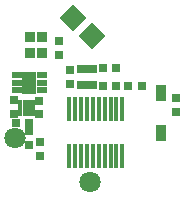
<source format=gbs>
%FSTAX23Y23*%
%MOIN*%
%SFA1B1*%

%IPPOS*%
%AMD63*
4,1,4,-0.044500,0.000000,0.000000,-0.044500,0.044500,0.000000,0.000000,0.044500,-0.044500,0.000000,0.0*
%
%ADD34R,0.029650X0.029650*%
%ADD39R,0.029650X0.029650*%
%ADD42C,0.070990*%
%ADD58R,0.033590X0.021780*%
%ADD59R,0.051310X0.074930*%
%ADD60R,0.035560X0.037530*%
%ADD61R,0.013910X0.027690*%
%ADD62R,0.017840X0.078870*%
G04~CAMADD=63~10~0.0~631.2~0.0~0.0~0.0~0.0~0~0.0~0.0~0.0~0.0~0~0.0~0.0~0.0~0.0~0~0.0~0.0~0.0~135.0~631.2~0.0*
%ADD63D63*%
%ADD64R,0.037530X0.055240*%
%ADD65R,0.033590X0.031620*%
%LNlogger_layout_v2_5mil-1*%
%LPD*%
G54D34*
X00332Y0038D03*
X00378D03*
Y0032D03*
X00332D03*
X00417D03*
X00463D03*
X00088Y00195D03*
X00042D03*
G54D39*
X00222Y00325D03*
Y00371D03*
X00575Y00278D03*
Y00232D03*
X00185Y00422D03*
Y00468D03*
X0012Y0027D03*
Y00224D03*
X00038Y00271D03*
Y00225D03*
X00123Y00132D03*
Y00086D03*
X00086Y00122D03*
Y00168D03*
G54D42*
X0029Y0D03*
X0004Y00145D03*
G54D58*
X00047Y00304D03*
Y0033D03*
Y00355D03*
X0013D03*
Y0033D03*
Y00304D03*
G54D59*
X00088Y0033D03*
G54D60*
X00129Y00481D03*
Y00428D03*
X0009D03*
Y00481D03*
G54D61*
X001Y00232D03*
X00086D03*
X00072D03*
X00058D03*
Y0026D03*
X00072D03*
X00086D03*
X001D03*
G54D62*
X00221Y00243D03*
Y00086D03*
X00241Y00243D03*
Y00086D03*
X0026Y00243D03*
Y00086D03*
X0028Y00243D03*
Y00086D03*
X003Y00243D03*
Y00086D03*
X00319Y00243D03*
Y00086D03*
X00339Y00243D03*
Y00086D03*
X00359Y00243D03*
Y00086D03*
X00378Y00243D03*
Y00086D03*
X00398Y00243D03*
Y00086D03*
G54D63*
X00295Y00486D03*
X00234Y00547D03*
G54D64*
X00525Y00296D03*
Y00163D03*
G54D65*
X00262Y00322D03*
X00297D03*
Y00377D03*
X00262D03*
M02*
</source>
